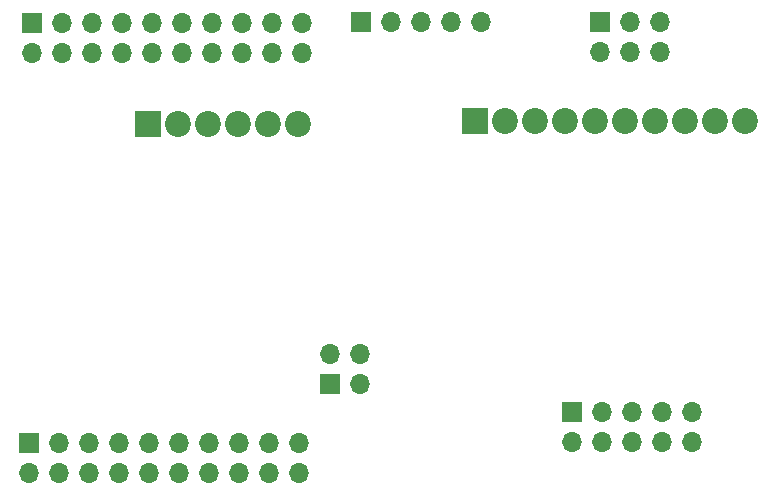
<source format=gbr>
%TF.GenerationSoftware,KiCad,Pcbnew,(6.0.11)*%
%TF.CreationDate,2023-04-23T10:13:21-07:00*%
%TF.ProjectId,Ocelothat,4f63656c-6f74-4686-9174-2e6b69636164,rev?*%
%TF.SameCoordinates,Original*%
%TF.FileFunction,Soldermask,Bot*%
%TF.FilePolarity,Negative*%
%FSLAX46Y46*%
G04 Gerber Fmt 4.6, Leading zero omitted, Abs format (unit mm)*
G04 Created by KiCad (PCBNEW (6.0.11)) date 2023-04-23 10:13:21*
%MOMM*%
%LPD*%
G01*
G04 APERTURE LIST*
%ADD10R,2.200000X2.200000*%
%ADD11C,2.200000*%
%ADD12R,1.700000X1.700000*%
%ADD13O,1.700000X1.700000*%
G04 APERTURE END LIST*
D10*
%TO.C,J3*%
X136665000Y-78840000D03*
D11*
X139205000Y-78840000D03*
X141745000Y-78840000D03*
X144285000Y-78840000D03*
X146825000Y-78840000D03*
X149365000Y-78840000D03*
%TD*%
D10*
%TO.C,J8*%
X164360000Y-78540000D03*
D11*
X166900000Y-78540000D03*
X169440000Y-78540000D03*
X171980000Y-78540000D03*
X174520000Y-78540000D03*
X177060000Y-78540000D03*
X179600000Y-78540000D03*
X182140000Y-78540000D03*
X184680000Y-78540000D03*
X187220000Y-78540000D03*
%TD*%
D12*
%TO.C,J6*%
X154690000Y-70140000D03*
D13*
X157230000Y-70140000D03*
X159770000Y-70140000D03*
X162310000Y-70140000D03*
X164850000Y-70140000D03*
%TD*%
D12*
%TO.C,J5*%
X126865000Y-70265000D03*
D13*
X126865000Y-72805000D03*
X129405000Y-70265000D03*
X129405000Y-72805000D03*
X131945000Y-70265000D03*
X131945000Y-72805000D03*
X134485000Y-70265000D03*
X134485000Y-72805000D03*
X137025000Y-70265000D03*
X137025000Y-72805000D03*
X139565000Y-70265000D03*
X139565000Y-72805000D03*
X142105000Y-70265000D03*
X142105000Y-72805000D03*
X144645000Y-70265000D03*
X144645000Y-72805000D03*
X147185000Y-70265000D03*
X147185000Y-72805000D03*
X149725000Y-70265000D03*
X149725000Y-72805000D03*
%TD*%
D12*
%TO.C,J2*%
X172515000Y-103190000D03*
D13*
X172515000Y-105730000D03*
X175055000Y-103190000D03*
X175055000Y-105730000D03*
X177595000Y-103190000D03*
X177595000Y-105730000D03*
X180135000Y-103190000D03*
X180135000Y-105730000D03*
X182675000Y-103190000D03*
X182675000Y-105730000D03*
%TD*%
D12*
%TO.C,J1*%
X126540000Y-105840000D03*
D13*
X126540000Y-108380000D03*
X129080000Y-105840000D03*
X129080000Y-108380000D03*
X131620000Y-105840000D03*
X131620000Y-108380000D03*
X134160000Y-105840000D03*
X134160000Y-108380000D03*
X136700000Y-105840000D03*
X136700000Y-108380000D03*
X139240000Y-105840000D03*
X139240000Y-108380000D03*
X141780000Y-105840000D03*
X141780000Y-108380000D03*
X144320000Y-105840000D03*
X144320000Y-108380000D03*
X146860000Y-105840000D03*
X146860000Y-108380000D03*
X149400000Y-105840000D03*
X149400000Y-108380000D03*
%TD*%
D12*
%TO.C,J4*%
X152065000Y-100840000D03*
D13*
X154605000Y-100840000D03*
X152065000Y-98300000D03*
X154605000Y-98300000D03*
%TD*%
D12*
%TO.C,J7*%
X174915000Y-70190000D03*
D13*
X174915000Y-72730000D03*
X177455000Y-70190000D03*
X177455000Y-72730000D03*
X179995000Y-70190000D03*
X179995000Y-72730000D03*
%TD*%
M02*

</source>
